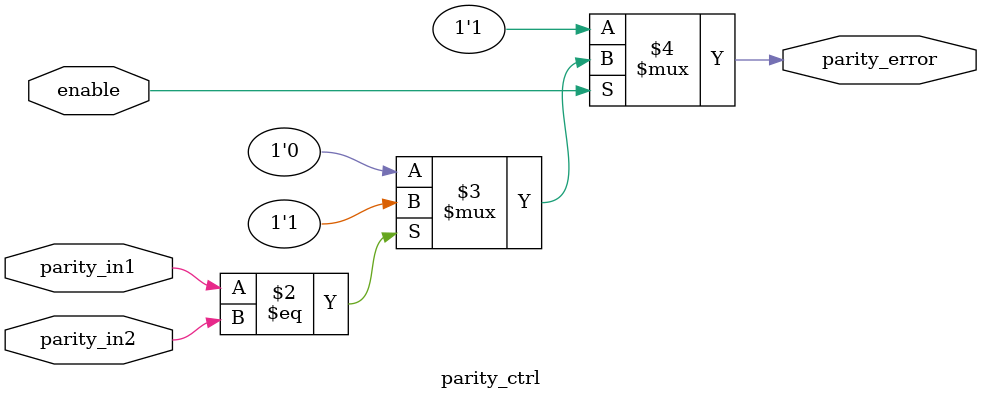
<source format=v>
/* ****************************************************************************
  This Source Code Form is subject to the terms of the
  Open Hardware Description License, v. 1.0. If a copy
  of the OHDL was not distributed with this file, You
  can obtain one at http://juliusbaxter.net/ohdl/ohdl.txt

 Description: 
        Parity Control Unit
        When enable signal is set, check if parities are the same.
        If not, set an error indication

  For more information access: http://www.autosoc.org

***************************************************************************** */
module parity_ctrl
(
    input   parity_in1,
    input   parity_in2,
    input   enable,
    output  parity_error
);

// Check parity signals when enable is activated
// In case enable is 0, parity error is clear
// in case enable is 1 and parity_in1 != parity_in2, parity error is set
assign parity_error = (enable == 1'b1) ? ((parity_in1 == parity_in2) ? 1'b1 : 1'b0) : 1'b1;

endmodule

</source>
